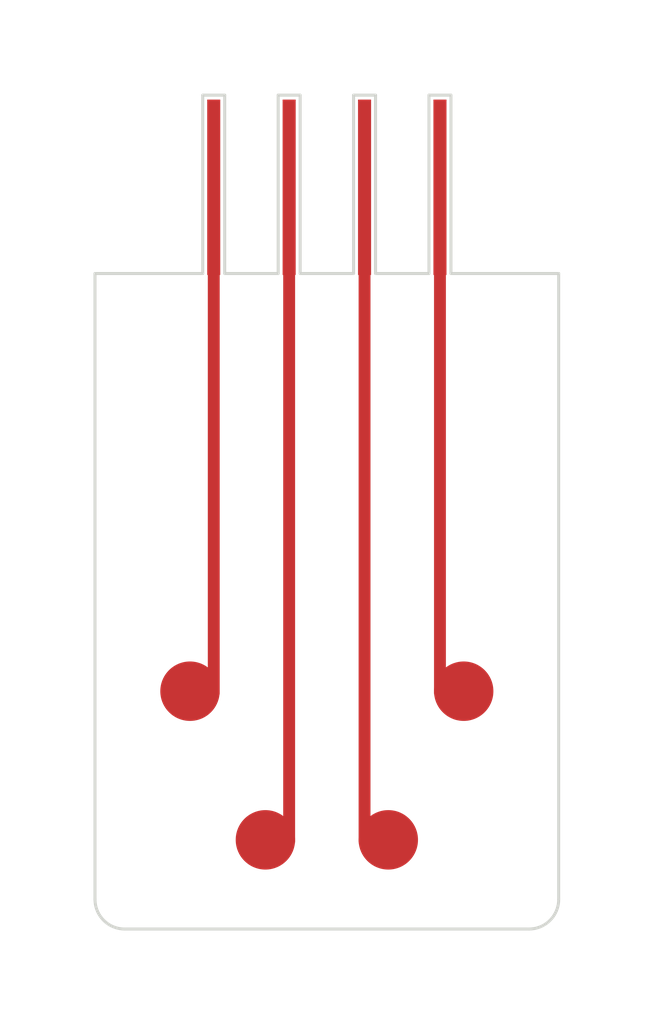
<source format=kicad_pcb>
(kicad_pcb (version 20221018) (generator pcbnew)

  (general
    (thickness 1.6)
  )

  (paper "A4")
  (layers
    (0 "F.Cu" signal)
    (31 "B.Cu" signal)
    (32 "B.Adhes" user "B.Adhesive")
    (33 "F.Adhes" user "F.Adhesive")
    (34 "B.Paste" user)
    (35 "F.Paste" user)
    (36 "B.SilkS" user "B.Silkscreen")
    (37 "F.SilkS" user "F.Silkscreen")
    (38 "B.Mask" user)
    (39 "F.Mask" user)
    (40 "Dwgs.User" user "User.Drawings")
    (41 "Cmts.User" user "User.Comments")
    (42 "Eco1.User" user "User.Eco1")
    (43 "Eco2.User" user "User.Eco2")
    (44 "Edge.Cuts" user)
    (45 "Margin" user)
    (46 "B.CrtYd" user "B.Courtyard")
    (47 "F.CrtYd" user "F.Courtyard")
    (48 "B.Fab" user)
    (49 "F.Fab" user)
    (50 "User.1" user)
    (51 "User.2" user)
    (52 "User.3" user)
    (53 "User.4" user)
    (54 "User.5" user)
    (55 "User.6" user)
    (56 "User.7" user)
    (57 "User.8" user)
    (58 "User.9" user)
  )

  (setup
    (pad_to_mask_clearance 0)
    (pcbplotparams
      (layerselection 0x00010fc_ffffffff)
      (plot_on_all_layers_selection 0x0000000_00000000)
      (disableapertmacros false)
      (usegerberextensions false)
      (usegerberattributes true)
      (usegerberadvancedattributes true)
      (creategerberjobfile true)
      (dashed_line_dash_ratio 12.000000)
      (dashed_line_gap_ratio 3.000000)
      (svgprecision 4)
      (plotframeref false)
      (viasonmask false)
      (mode 1)
      (useauxorigin false)
      (hpglpennumber 1)
      (hpglpenspeed 20)
      (hpglpendiameter 15.000000)
      (dxfpolygonmode true)
      (dxfimperialunits true)
      (dxfusepcbnewfont true)
      (psnegative false)
      (psa4output false)
      (plotreference true)
      (plotvalue true)
      (plotinvisibletext false)
      (sketchpadsonfab false)
      (subtractmaskfromsilk false)
      (outputformat 1)
      (mirror false)
      (drillshape 1)
      (scaleselection 1)
      (outputdirectory "")
    )
  )

  (net 0 "")

  (gr_rect (start 152.28 87.6) (end 152.72 93.5)
    (stroke (width 0) (type solid)) (fill solid) (layer "F.Cu") (tstamp 4c7e73f5-db36-4764-a40b-0954da22aed6))
  (gr_rect (start 147.2 87.6) (end 147.64 93.5)
    (stroke (width 0) (type solid)) (fill solid) (layer "F.Cu") (tstamp 66f5a032-b692-4dc3-a29a-62cb26d17423))
  (gr_circle (center 144.08 107.5) (end 145.08 107.5)
    (stroke (width 0) (type solid)) (fill solid) (layer "F.Cu") (tstamp 6c526783-f521-4d22-a8c7-6268ca8087fa))
  (gr_circle (center 146.62 112.5) (end 147.62 112.5)
    (stroke (width 0) (type solid)) (fill solid) (layer "F.Cu") (tstamp 9eb679e7-2714-462f-ae61-17fea159693f))
  (gr_rect (start 149.74 87.6) (end 150.18 93.5)
    (stroke (width 0) (type solid)) (fill solid) (layer "F.Cu") (tstamp a98658a2-5ec4-4328-afab-8633f384f192))
  (gr_circle (center 153.3 107.5) (end 154.3 107.5)
    (stroke (width 0) (type solid)) (fill solid) (layer "F.Cu") (tstamp b033d39e-932f-4361-a70d-525796143b70))
  (gr_circle (center 150.76 112.5) (end 151.76 112.5)
    (stroke (width 0) (type solid)) (fill solid) (layer "F.Cu") (tstamp c8a95a07-4977-472e-81f4-300e51dd3bf5))
  (gr_rect (start 144.66 87.6) (end 145.1 93.5)
    (stroke (width 0) (type solid)) (fill solid) (layer "F.Cu") (tstamp df0e7632-e5e4-44b3-9ffb-971dee102c85))
  (gr_rect (start 144.46 87.4) (end 145.3 93.7)
    (stroke (width 0) (type solid)) (fill solid) (layer "F.Mask") (tstamp 1f87592e-495c-4990-bc8c-88525da1a704))
  (gr_rect (start 149.54 87.4) (end 150.38 93.7)
    (stroke (width 0) (type solid)) (fill solid) (layer "F.Mask") (tstamp 331c68ef-1e0d-4020-9868-dc4984a422c4))
  (gr_circle (center 153.3 107.5) (end 154.5 107.5)
    (stroke (width 0) (type solid)) (fill solid) (layer "F.Mask") (tstamp 3c09b25e-017a-4a27-acf5-5f6bafebbe87))
  (gr_circle (center 146.62 112.5) (end 147.82 112.5)
    (stroke (width 0) (type solid)) (fill solid) (layer "F.Mask") (tstamp 4621372a-4ddf-4d9c-b213-2e4a89078f1a))
  (gr_circle (center 150.76 112.5) (end 151.96 112.5)
    (stroke (width 0) (type solid)) (fill solid) (layer "F.Mask") (tstamp ae6be673-f7b2-4570-8ce9-ee074f3313fe))
  (gr_rect (start 147 87.4) (end 147.84 93.7)
    (stroke (width 0) (type solid)) (fill solid) (layer "F.Mask") (tstamp c601fed2-e029-4525-9b65-5958dc0b792f))
  (gr_circle (center 144.08 107.5) (end 145.28 107.5)
    (stroke (width 0) (type solid)) (fill solid) (layer "F.Mask") (tstamp caa75c93-dc02-49e3-bfbb-8f268871a627))
  (gr_rect (start 152.08 87.4) (end 152.92 93.7)
    (stroke (width 0) (type solid)) (fill solid) (layer "F.Mask") (tstamp e7e9aa35-f7f5-4dc1-bb5c-e3a7144c82b3))
  (gr_line (start 144.51 87.45) (end 145.25 87.45)
    (stroke (width 0.1) (type default)) (layer "Edge.Cuts") (tstamp 5520e21d-f6be-479b-8239-1011341ee805))
  (gr_line (start 145.25 87.45) (end 145.25 93.45)
    (stroke (width 0.1) (type default)) (layer "Edge.Cuts") (tstamp 5af38b75-a2f4-4009-be4d-dac6e17d13b9))
  (gr_line (start 152.87 87.45) (end 152.87 93.45)
    (stroke (width 0.1) (type default)) (layer "Edge.Cuts") (tstamp 731370df-86c5-4d47-b93d-d3b70b3e6d57))
  (gr_line (start 150.33 87.45) (end 150.33 93.45)
    (stroke (width 0.1) (type default)) (layer "Edge.Cuts") (tstamp 73139812-81b6-4aa9-a312-4993b1ac7571))
  (gr_line (start 141.88 115.5) (end 155.5 115.5)
    (stroke (width 0.1) (type default)) (layer "Edge.Cuts") (tstamp 7b4b2e67-cc19-4d71-9159-095a64d2e927))
  (gr_line (start 147.05 87.45) (end 147.05 93.45)
    (stroke (width 0.1) (type default)) (layer "Edge.Cuts") (tstamp 7c09e9c5-5e15-4588-8fa8-11d693e36a11))
  (gr_line (start 144.51 87.45) (end 144.51 93.45)
    (stroke (width 0.1) (type default)) (layer "Edge.Cuts") (tstamp 85f258ab-7a38-4fda-ae5e-cf2764076b62))
  (gr_line (start 149.59 87.45) (end 150.33 87.45)
    (stroke (width 0.1) (type default)) (layer "Edge.Cuts") (tstamp 8989a695-c691-4585-86ae-3a2a4668f31c))
  (gr_line (start 152.13 87.45) (end 152.87 87.45)
    (stroke (width 0.1) (type default)) (layer "Edge.Cuts") (tstamp 927fbd56-e78d-4474-a05b-618ae57dc9cd))
  (gr_line (start 156.5 93.45) (end 152.87 93.45)
    (stroke (width 0.1) (type default)) (layer "Edge.Cuts") (tstamp 93f2dc21-0861-4ad3-b7f3-1a108c130f46))
  (gr_line (start 152.13 87.45) (end 152.13 93.45)
    (stroke (width 0.1) (type default)) (layer "Edge.Cuts") (tstamp a00fa749-0889-40b2-bf55-d503804dbd6b))
  (gr_line (start 140.88 93.45) (end 140.88 114.5)
    (stroke (width 0.1) (type default)) (layer "Edge.Cuts") (tstamp a022ef82-ade7-4407-9deb-e56d9fff92d7))
  (gr_line (start 149.59 93.45) (end 147.79 93.45)
    (stroke (width 0.1) (type default)) (layer "Edge.Cuts") (tstamp ac136345-78b5-42c3-ba6b-d248632f9cce))
  (gr_line (start 152.13 93.45) (end 150.33 93.45)
    (stroke (width 0.1) (type default)) (layer "Edge.Cuts") (tstamp b583f350-ad2b-4cce-8d4b-299ba28596c6))
  (gr_line (start 156.5 114.5) (end 156.5 93.45)
    (stroke (width 0.1) (type default)) (layer "Edge.Cuts") (tstamp c8f283b6-16e9-4dae-aa63-adba2f4ab46b))
  (gr_arc (start 141.88 115.5) (mid 141.172893 115.207107) (end 140.88 114.5)
    (stroke (width 0.1) (type default)) (layer "Edge.Cuts") (tstamp d2837fcf-96bb-4909-b258-d8e761907ace))
  (gr_line (start 147.05 87.45) (end 147.79 87.45)
    (stroke (width 0.1) (type default)) (layer "Edge.Cuts") (tstamp d51aefb3-4f27-448b-ba4c-c5aa73ce7c63))
  (gr_line (start 147.79 87.45) (end 147.79 93.45)
    (stroke (width 0.1) (type default)) (layer "Edge.Cuts") (tstamp e54a4084-e456-4d67-8ef9-f1da89a3aff6))
  (gr_line (start 147.05 93.45) (end 145.25 93.45)
    (stroke (width 0.1) (type default)) (layer "Edge.Cuts") (tstamp eacb2061-be77-4bfc-a09d-6bc10b849dd0))
  (gr_arc (start 156.5 114.5) (mid 156.207107 115.207107) (end 155.5 115.5)
    (stroke (width 0.1) (type default)) (layer "Edge.Cuts") (tstamp edbc6608-3ea2-40c6-9eac-e5c9c8d15f12))
  (gr_line (start 149.59 87.45) (end 149.59 93.45)
    (stroke (width 0.1) (type default)) (layer "Edge.Cuts") (tstamp f5be0945-7163-4568-8e96-52a142554965))
  (gr_line (start 144.51 93.45) (end 140.88 93.45)
    (stroke (width 0.1) (type default)) (layer "Edge.Cuts") (tstamp faf33267-d3cf-44fe-b1f9-8957f10261f7))
  (gr_rect (start 138.68 85.25) (end 158.7 117.7)
    (stroke (width 2) (type default)) (fill none) (layer "User.1") (tstamp a99000bc-f5a3-4370-8945-67529d402bcc))
  (gr_rect (start 138.68 85.25) (end 158.7 117.7)
    (stroke (width 0.5) (type default)) (fill none) (layer "User.2") (tstamp 76c58a25-0fb8-48d8-ae62-d14ba6421638))

  (segment (start 144.88 88) (end 144.88 107.56) (width 0.4) (layer "F.Cu") (net 0) (tstamp 05bd5af6-9cb2-4261-ab4c-85b49406d68c))
  (segment (start 149.96 88) (end 149.96 112.56) (width 0.4) (layer "F.Cu") (net 0) (tstamp c2955eac-111d-4c09-9518-641d9582569f))
  (segment (start 152.5 88) (end 152.5 107.56) (width 0.4) (layer "F.Cu") (net 0) (tstamp e07a878c-abfe-43d0-983d-9dceafd8eeeb))
  (segment (start 147.42 88) (end 147.42 112.56) (width 0.4) (layer "F.Cu") (net 0) (tstamp f2e1855c-4d90-4ba8-8473-2d1ba1a3bc2a))

)

</source>
